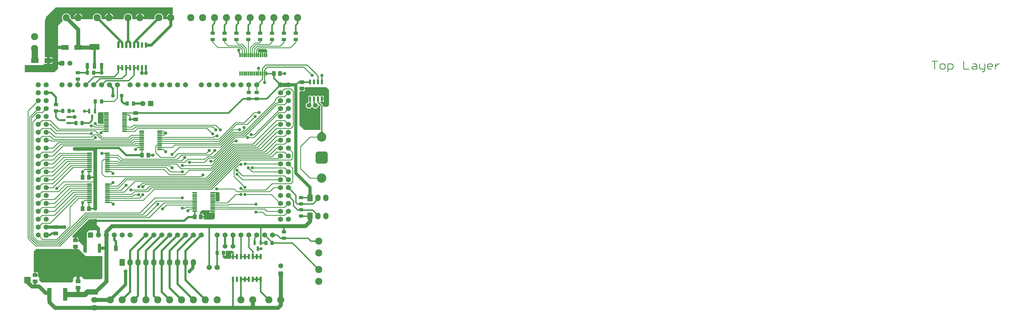
<source format=gtl>
G04 Layer_Physical_Order=1*
G04 Layer_Color=255*
%FSLAX25Y25*%
%MOIN*%
G70*
G01*
G75*
G04:AMPARAMS|DCode=10|XSize=59.05mil|YSize=17.72mil|CornerRadius=2.21mil|HoleSize=0mil|Usage=FLASHONLY|Rotation=180.000|XOffset=0mil|YOffset=0mil|HoleType=Round|Shape=RoundedRectangle|*
%AMROUNDEDRECTD10*
21,1,0.05905,0.01329,0,0,180.0*
21,1,0.05463,0.01772,0,0,180.0*
1,1,0.00443,-0.02731,0.00664*
1,1,0.00443,0.02731,0.00664*
1,1,0.00443,0.02731,-0.00664*
1,1,0.00443,-0.02731,-0.00664*
%
%ADD10ROUNDEDRECTD10*%
G04:AMPARAMS|DCode=11|XSize=17.72mil|YSize=55.12mil|CornerRadius=4.43mil|HoleSize=0mil|Usage=FLASHONLY|Rotation=0.000|XOffset=0mil|YOffset=0mil|HoleType=Round|Shape=RoundedRectangle|*
%AMROUNDEDRECTD11*
21,1,0.01772,0.04626,0,0,0.0*
21,1,0.00886,0.05512,0,0,0.0*
1,1,0.00886,0.00443,-0.02313*
1,1,0.00886,-0.00443,-0.02313*
1,1,0.00886,-0.00443,0.02313*
1,1,0.00886,0.00443,0.02313*
%
%ADD11ROUNDEDRECTD11*%
G04:AMPARAMS|DCode=12|XSize=55.12mil|YSize=157.48mil|CornerRadius=8.27mil|HoleSize=0mil|Usage=FLASHONLY|Rotation=0.000|XOffset=0mil|YOffset=0mil|HoleType=Round|Shape=RoundedRectangle|*
%AMROUNDEDRECTD12*
21,1,0.05512,0.14094,0,0,0.0*
21,1,0.03858,0.15748,0,0,0.0*
1,1,0.01654,0.01929,-0.07047*
1,1,0.01654,-0.01929,-0.07047*
1,1,0.01654,-0.01929,0.07047*
1,1,0.01654,0.01929,0.07047*
%
%ADD12ROUNDEDRECTD12*%
G04:AMPARAMS|DCode=13|XSize=409.45mil|YSize=320.87mil|CornerRadius=32.09mil|HoleSize=0mil|Usage=FLASHONLY|Rotation=0.000|XOffset=0mil|YOffset=0mil|HoleType=Round|Shape=RoundedRectangle|*
%AMROUNDEDRECTD13*
21,1,0.40945,0.25669,0,0,0.0*
21,1,0.34528,0.32087,0,0,0.0*
1,1,0.06417,0.17264,-0.12835*
1,1,0.06417,-0.17264,-0.12835*
1,1,0.06417,-0.17264,0.12835*
1,1,0.06417,0.17264,0.12835*
%
%ADD13ROUNDEDRECTD13*%
G04:AMPARAMS|DCode=14|XSize=112.2mil|YSize=39.37mil|CornerRadius=4.92mil|HoleSize=0mil|Usage=FLASHONLY|Rotation=270.000|XOffset=0mil|YOffset=0mil|HoleType=Round|Shape=RoundedRectangle|*
%AMROUNDEDRECTD14*
21,1,0.11220,0.02953,0,0,270.0*
21,1,0.10236,0.03937,0,0,270.0*
1,1,0.00984,-0.01476,-0.05118*
1,1,0.00984,-0.01476,0.05118*
1,1,0.00984,0.01476,0.05118*
1,1,0.00984,0.01476,-0.05118*
%
%ADD14ROUNDEDRECTD14*%
G04:AMPARAMS|DCode=15|XSize=250mil|YSize=218.5mil|CornerRadius=27.31mil|HoleSize=0mil|Usage=FLASHONLY|Rotation=270.000|XOffset=0mil|YOffset=0mil|HoleType=Round|Shape=RoundedRectangle|*
%AMROUNDEDRECTD15*
21,1,0.25000,0.16388,0,0,270.0*
21,1,0.19537,0.21850,0,0,270.0*
1,1,0.05463,-0.08194,-0.09769*
1,1,0.05463,-0.08194,0.09769*
1,1,0.05463,0.08194,0.09769*
1,1,0.05463,0.08194,-0.09769*
%
%ADD15ROUNDEDRECTD15*%
G04:AMPARAMS|DCode=16|XSize=23.62mil|YSize=59.05mil|CornerRadius=2.95mil|HoleSize=0mil|Usage=FLASHONLY|Rotation=0.000|XOffset=0mil|YOffset=0mil|HoleType=Round|Shape=RoundedRectangle|*
%AMROUNDEDRECTD16*
21,1,0.02362,0.05315,0,0,0.0*
21,1,0.01772,0.05905,0,0,0.0*
1,1,0.00591,0.00886,-0.02657*
1,1,0.00591,-0.00886,-0.02657*
1,1,0.00591,-0.00886,0.02657*
1,1,0.00591,0.00886,0.02657*
%
%ADD16ROUNDEDRECTD16*%
G04:AMPARAMS|DCode=17|XSize=125.98mil|YSize=72.83mil|CornerRadius=9.1mil|HoleSize=0mil|Usage=FLASHONLY|Rotation=0.000|XOffset=0mil|YOffset=0mil|HoleType=Round|Shape=RoundedRectangle|*
%AMROUNDEDRECTD17*
21,1,0.12598,0.05463,0,0,0.0*
21,1,0.10778,0.07283,0,0,0.0*
1,1,0.01821,0.05389,-0.02731*
1,1,0.01821,-0.05389,-0.02731*
1,1,0.01821,-0.05389,0.02731*
1,1,0.01821,0.05389,0.02731*
%
%ADD17ROUNDEDRECTD17*%
G04:AMPARAMS|DCode=18|XSize=37.4mil|YSize=72.83mil|CornerRadius=4.67mil|HoleSize=0mil|Usage=FLASHONLY|Rotation=0.000|XOffset=0mil|YOffset=0mil|HoleType=Round|Shape=RoundedRectangle|*
%AMROUNDEDRECTD18*
21,1,0.03740,0.06348,0,0,0.0*
21,1,0.02805,0.07283,0,0,0.0*
1,1,0.00935,0.01403,-0.03174*
1,1,0.00935,-0.01403,-0.03174*
1,1,0.00935,-0.01403,0.03174*
1,1,0.00935,0.01403,0.03174*
%
%ADD18ROUNDEDRECTD18*%
G04:AMPARAMS|DCode=19|XSize=23.62mil|YSize=64.96mil|CornerRadius=2.36mil|HoleSize=0mil|Usage=FLASHONLY|Rotation=180.000|XOffset=0mil|YOffset=0mil|HoleType=Round|Shape=RoundedRectangle|*
%AMROUNDEDRECTD19*
21,1,0.02362,0.06024,0,0,180.0*
21,1,0.01890,0.06496,0,0,180.0*
1,1,0.00472,-0.00945,0.03012*
1,1,0.00472,0.00945,0.03012*
1,1,0.00472,0.00945,-0.03012*
1,1,0.00472,-0.00945,-0.03012*
%
%ADD19ROUNDEDRECTD19*%
G04:AMPARAMS|DCode=20|XSize=23.62mil|YSize=61.02mil|CornerRadius=2.95mil|HoleSize=0mil|Usage=FLASHONLY|Rotation=180.000|XOffset=0mil|YOffset=0mil|HoleType=Round|Shape=RoundedRectangle|*
%AMROUNDEDRECTD20*
21,1,0.02362,0.05512,0,0,180.0*
21,1,0.01772,0.06102,0,0,180.0*
1,1,0.00591,-0.00886,0.02756*
1,1,0.00591,0.00886,0.02756*
1,1,0.00591,0.00886,-0.02756*
1,1,0.00591,-0.00886,-0.02756*
%
%ADD20ROUNDEDRECTD20*%
G04:AMPARAMS|DCode=21|XSize=53.15mil|YSize=43.31mil|CornerRadius=5.41mil|HoleSize=0mil|Usage=FLASHONLY|Rotation=270.000|XOffset=0mil|YOffset=0mil|HoleType=Round|Shape=RoundedRectangle|*
%AMROUNDEDRECTD21*
21,1,0.05315,0.03248,0,0,270.0*
21,1,0.04232,0.04331,0,0,270.0*
1,1,0.01083,-0.01624,-0.02116*
1,1,0.01083,-0.01624,0.02116*
1,1,0.01083,0.01624,0.02116*
1,1,0.01083,0.01624,-0.02116*
%
%ADD21ROUNDEDRECTD21*%
G04:AMPARAMS|DCode=22|XSize=61.02mil|YSize=92.52mil|CornerRadius=6.1mil|HoleSize=0mil|Usage=FLASHONLY|Rotation=90.000|XOffset=0mil|YOffset=0mil|HoleType=Round|Shape=RoundedRectangle|*
%AMROUNDEDRECTD22*
21,1,0.06102,0.08031,0,0,90.0*
21,1,0.04882,0.09252,0,0,90.0*
1,1,0.01221,0.04016,0.02441*
1,1,0.01221,0.04016,-0.02441*
1,1,0.01221,-0.04016,-0.02441*
1,1,0.01221,-0.04016,0.02441*
%
%ADD22ROUNDEDRECTD22*%
G04:AMPARAMS|DCode=23|XSize=70.87mil|YSize=45.28mil|CornerRadius=5.66mil|HoleSize=0mil|Usage=FLASHONLY|Rotation=90.000|XOffset=0mil|YOffset=0mil|HoleType=Round|Shape=RoundedRectangle|*
%AMROUNDEDRECTD23*
21,1,0.07087,0.03396,0,0,90.0*
21,1,0.05955,0.04528,0,0,90.0*
1,1,0.01132,0.01698,0.02977*
1,1,0.01132,0.01698,-0.02977*
1,1,0.01132,-0.01698,-0.02977*
1,1,0.01132,-0.01698,0.02977*
%
%ADD23ROUNDEDRECTD23*%
G04:AMPARAMS|DCode=24|XSize=59.05mil|YSize=49.21mil|CornerRadius=6.15mil|HoleSize=0mil|Usage=FLASHONLY|Rotation=0.000|XOffset=0mil|YOffset=0mil|HoleType=Round|Shape=RoundedRectangle|*
%AMROUNDEDRECTD24*
21,1,0.05905,0.03691,0,0,0.0*
21,1,0.04675,0.04921,0,0,0.0*
1,1,0.01230,0.02338,-0.01845*
1,1,0.01230,-0.02338,-0.01845*
1,1,0.01230,-0.02338,0.01845*
1,1,0.01230,0.02338,0.01845*
%
%ADD24ROUNDEDRECTD24*%
G04:AMPARAMS|DCode=25|XSize=23.62mil|YSize=59.05mil|CornerRadius=2.95mil|HoleSize=0mil|Usage=FLASHONLY|Rotation=270.000|XOffset=0mil|YOffset=0mil|HoleType=Round|Shape=RoundedRectangle|*
%AMROUNDEDRECTD25*
21,1,0.02362,0.05315,0,0,270.0*
21,1,0.01772,0.05905,0,0,270.0*
1,1,0.00591,-0.02657,-0.00886*
1,1,0.00591,-0.02657,0.00886*
1,1,0.00591,0.02657,0.00886*
1,1,0.00591,0.02657,-0.00886*
%
%ADD25ROUNDEDRECTD25*%
G04:AMPARAMS|DCode=26|XSize=53.15mil|YSize=43.31mil|CornerRadius=5.41mil|HoleSize=0mil|Usage=FLASHONLY|Rotation=180.000|XOffset=0mil|YOffset=0mil|HoleType=Round|Shape=RoundedRectangle|*
%AMROUNDEDRECTD26*
21,1,0.05315,0.03248,0,0,180.0*
21,1,0.04232,0.04331,0,0,180.0*
1,1,0.01083,-0.02116,0.01624*
1,1,0.01083,0.02116,0.01624*
1,1,0.01083,0.02116,-0.01624*
1,1,0.01083,-0.02116,-0.01624*
%
%ADD26ROUNDEDRECTD26*%
G04:AMPARAMS|DCode=27|XSize=59.05mil|YSize=49.21mil|CornerRadius=6.15mil|HoleSize=0mil|Usage=FLASHONLY|Rotation=90.000|XOffset=0mil|YOffset=0mil|HoleType=Round|Shape=RoundedRectangle|*
%AMROUNDEDRECTD27*
21,1,0.05905,0.03691,0,0,90.0*
21,1,0.04675,0.04921,0,0,90.0*
1,1,0.01230,0.01845,0.02338*
1,1,0.01230,0.01845,-0.02338*
1,1,0.01230,-0.01845,-0.02338*
1,1,0.01230,-0.01845,0.02338*
%
%ADD27ROUNDEDRECTD27*%
%ADD28C,0.05000*%
%ADD29C,0.03500*%
%ADD30C,0.01000*%
%ADD31C,0.01500*%
%ADD32C,0.01200*%
%ADD33C,0.02500*%
%ADD34C,0.02000*%
%ADD35C,0.03000*%
%ADD36C,0.04000*%
%ADD37C,0.06500*%
%ADD38C,0.04500*%
%ADD39C,0.01300*%
%ADD40R,0.08000X0.08000*%
%ADD41R,0.07933X0.12992*%
%ADD42C,0.06693*%
G04:AMPARAMS|DCode=43|XSize=66.93mil|YSize=66.93mil|CornerRadius=8.37mil|HoleSize=0mil|Usage=FLASHONLY|Rotation=180.000|XOffset=0mil|YOffset=0mil|HoleType=Round|Shape=RoundedRectangle|*
%AMROUNDEDRECTD43*
21,1,0.06693,0.05020,0,0,180.0*
21,1,0.05020,0.06693,0,0,180.0*
1,1,0.01673,-0.02510,0.02510*
1,1,0.01673,0.02510,0.02510*
1,1,0.01673,0.02510,-0.02510*
1,1,0.01673,-0.02510,-0.02510*
%
%ADD43ROUNDEDRECTD43*%
%ADD44C,0.06500*%
G04:AMPARAMS|DCode=45|XSize=65mil|YSize=65mil|CornerRadius=16.25mil|HoleSize=0mil|Usage=FLASHONLY|Rotation=90.000|XOffset=0mil|YOffset=0mil|HoleType=Round|Shape=RoundedRectangle|*
%AMROUNDEDRECTD45*
21,1,0.06500,0.03250,0,0,90.0*
21,1,0.03250,0.06500,0,0,90.0*
1,1,0.03250,0.01625,0.01625*
1,1,0.03250,0.01625,-0.01625*
1,1,0.03250,-0.01625,-0.01625*
1,1,0.03250,-0.01625,0.01625*
%
%ADD45ROUNDEDRECTD45*%
G04:AMPARAMS|DCode=46|XSize=67mil|YSize=85mil|CornerRadius=8.38mil|HoleSize=0mil|Usage=FLASHONLY|Rotation=0.000|XOffset=0mil|YOffset=0mil|HoleType=Round|Shape=RoundedRectangle|*
%AMROUNDEDRECTD46*
21,1,0.06700,0.06825,0,0,0.0*
21,1,0.05025,0.08500,0,0,0.0*
1,1,0.01675,0.02513,-0.03413*
1,1,0.01675,-0.02513,-0.03413*
1,1,0.01675,-0.02513,0.03413*
1,1,0.01675,0.02513,0.03413*
%
%ADD46ROUNDEDRECTD46*%
%ADD47O,0.06700X0.08500*%
%ADD48C,0.06000*%
G04:AMPARAMS|DCode=49|XSize=62.99mil|YSize=62.99mil|CornerRadius=15.75mil|HoleSize=0mil|Usage=FLASHONLY|Rotation=0.000|XOffset=0mil|YOffset=0mil|HoleType=Round|Shape=RoundedRectangle|*
%AMROUNDEDRECTD49*
21,1,0.06299,0.03150,0,0,0.0*
21,1,0.03150,0.06299,0,0,0.0*
1,1,0.03150,0.01575,-0.01575*
1,1,0.03150,-0.01575,-0.01575*
1,1,0.03150,-0.01575,0.01575*
1,1,0.03150,0.01575,0.01575*
%
%ADD49ROUNDEDRECTD49*%
%ADD50C,0.06299*%
%ADD51C,0.11811*%
G04:AMPARAMS|DCode=52|XSize=155.9mil|YSize=155.9mil|CornerRadius=38.98mil|HoleSize=0mil|Usage=FLASHONLY|Rotation=270.000|XOffset=0mil|YOffset=0mil|HoleType=Round|Shape=RoundedRectangle|*
%AMROUNDEDRECTD52*
21,1,0.15590,0.07795,0,0,270.0*
21,1,0.07795,0.15590,0,0,270.0*
1,1,0.07795,-0.03898,-0.03898*
1,1,0.07795,-0.03898,0.03898*
1,1,0.07795,0.03898,0.03898*
1,1,0.07795,0.03898,-0.03898*
%
%ADD52ROUNDEDRECTD52*%
G04:AMPARAMS|DCode=53|XSize=65mil|YSize=65mil|CornerRadius=8.13mil|HoleSize=0mil|Usage=FLASHONLY|Rotation=0.000|XOffset=0mil|YOffset=0mil|HoleType=Round|Shape=RoundedRectangle|*
%AMROUNDEDRECTD53*
21,1,0.06500,0.04875,0,0,0.0*
21,1,0.04875,0.06500,0,0,0.0*
1,1,0.01625,0.02438,-0.02438*
1,1,0.01625,-0.02438,-0.02438*
1,1,0.01625,-0.02438,0.02438*
1,1,0.01625,0.02438,0.02438*
%
%ADD53ROUNDEDRECTD53*%
%ADD54C,0.09000*%
G04:AMPARAMS|DCode=55|XSize=62.99mil|YSize=62.99mil|CornerRadius=15.75mil|HoleSize=0mil|Usage=FLASHONLY|Rotation=90.000|XOffset=0mil|YOffset=0mil|HoleType=Round|Shape=RoundedRectangle|*
%AMROUNDEDRECTD55*
21,1,0.06299,0.03150,0,0,90.0*
21,1,0.03150,0.06299,0,0,90.0*
1,1,0.03150,0.01575,0.01575*
1,1,0.03150,0.01575,-0.01575*
1,1,0.03150,-0.01575,-0.01575*
1,1,0.03150,-0.01575,0.01575*
%
%ADD55ROUNDEDRECTD55*%
%ADD56O,0.08500X0.06700*%
G04:AMPARAMS|DCode=57|XSize=67mil|YSize=85mil|CornerRadius=8.38mil|HoleSize=0mil|Usage=FLASHONLY|Rotation=270.000|XOffset=0mil|YOffset=0mil|HoleType=Round|Shape=RoundedRectangle|*
%AMROUNDEDRECTD57*
21,1,0.06700,0.06825,0,0,270.0*
21,1,0.05025,0.08500,0,0,270.0*
1,1,0.01675,-0.03413,-0.02513*
1,1,0.01675,-0.03413,0.02513*
1,1,0.01675,0.03413,0.02513*
1,1,0.01675,0.03413,-0.02513*
%
%ADD57ROUNDEDRECTD57*%
%ADD58C,0.05000*%
%ADD59C,0.04000*%
G36*
X382500Y228500D02*
Y227500D01*
X374500D01*
X379000Y232000D01*
X382500Y228500D01*
D02*
G37*
G36*
X95000Y207500D02*
X95000Y205500D01*
X91000Y205500D01*
X89000Y207500D01*
Y210000D01*
X97500D01*
X95000Y207500D01*
D02*
G37*
G36*
X388504Y283496D02*
X388504Y264504D01*
X386500Y262500D01*
X380784Y262500D01*
Y263500D01*
X380648Y264183D01*
X380262Y264762D01*
X376329Y268694D01*
X376606Y269109D01*
X376643Y269296D01*
X377357D01*
X377394Y269109D01*
X377680Y268680D01*
X378109Y268394D01*
X378614Y268293D01*
X378900D01*
Y272370D01*
Y276447D01*
X378614D01*
X378109Y276346D01*
X377680Y276060D01*
X377394Y275631D01*
X377357Y275444D01*
X376643D01*
X376606Y275631D01*
X376320Y276060D01*
X375891Y276346D01*
X375386Y276447D01*
X373614D01*
X373109Y276346D01*
X372680Y276060D01*
X372394Y275631D01*
X372357Y275444D01*
X371643D01*
X371606Y275631D01*
X371320Y276060D01*
X370891Y276346D01*
X370386Y276447D01*
X368614D01*
X368109Y276346D01*
X367680Y276060D01*
X367394Y275631D01*
X367357Y275444D01*
X366643D01*
X366606Y275631D01*
X366320Y276060D01*
X365891Y276346D01*
X365386Y276447D01*
X363614D01*
X363109Y276346D01*
X362680Y276060D01*
X362394Y275631D01*
X362294Y275126D01*
Y269614D01*
X362394Y269109D01*
X362680Y268680D01*
X362716Y268657D01*
Y267997D01*
X361956Y267897D01*
X360983Y267494D01*
X360147Y266853D01*
X359506Y266017D01*
X359103Y265044D01*
X358965Y264000D01*
X359103Y262956D01*
X359506Y261983D01*
X360147Y261147D01*
X360983Y260506D01*
X361956Y260103D01*
X363000Y259965D01*
X364044Y260103D01*
X365017Y260506D01*
X365853Y261147D01*
X366494Y261983D01*
X366621Y262290D01*
X367379D01*
X367506Y261983D01*
X368147Y261147D01*
X368983Y260506D01*
X369956Y260103D01*
X371000Y259965D01*
X372044Y260103D01*
X373017Y260506D01*
X373853Y261147D01*
X374494Y261983D01*
X374897Y262956D01*
X375029Y263958D01*
X375156Y264049D01*
X375705Y264272D01*
X377216Y262761D01*
Y233000D01*
X357000D01*
X351000Y239000D01*
X351000Y281489D01*
X351656Y282065D01*
X351700Y282071D01*
X353400D01*
Y285563D01*
X354000D01*
Y286163D01*
X357984D01*
Y287000D01*
X385000Y287000D01*
X388504Y283496D01*
D02*
G37*
G36*
X102843Y255500D02*
X103106Y255180D01*
Y255116D01*
X107083D01*
Y253916D01*
X103106D01*
Y253852D01*
X103201Y253375D01*
X103294Y253236D01*
X103201Y253098D01*
X103106Y252621D01*
Y252557D01*
X107083D01*
Y251357D01*
X103106D01*
Y251292D01*
X103201Y250816D01*
X103294Y250677D01*
X103201Y250539D01*
X103106Y250062D01*
Y249998D01*
X107083D01*
Y248798D01*
X103106D01*
Y248733D01*
X103201Y248257D01*
X103294Y248118D01*
X103201Y247980D01*
X103106Y247503D01*
Y247439D01*
X107083D01*
Y246239D01*
X103106D01*
Y246174D01*
X103201Y245698D01*
X103294Y245559D01*
X103201Y245421D01*
X103106Y244944D01*
Y244880D01*
X107083D01*
Y243680D01*
X103106D01*
Y243615D01*
X103201Y243139D01*
X103294Y243000D01*
X103201Y242862D01*
X103106Y242385D01*
Y242320D01*
X107083D01*
Y241121D01*
X103106D01*
Y241056D01*
X102806Y240691D01*
X97809D01*
X96500Y242000D01*
X96500Y254000D01*
X98000Y255500D01*
X102843D01*
D02*
G37*
G36*
X250000Y153500D02*
Y143256D01*
X249122Y142378D01*
X245439D01*
X245344Y142493D01*
Y142558D01*
X241368D01*
Y143757D01*
X245344D01*
Y143822D01*
X245250Y144299D01*
X245157Y144437D01*
X245250Y144576D01*
X245344Y145052D01*
Y145117D01*
X241368D01*
Y146317D01*
X245344D01*
Y146381D01*
X245250Y146858D01*
X245157Y146996D01*
X245250Y147135D01*
X245344Y147611D01*
Y147676D01*
X241368D01*
Y148876D01*
X245344D01*
Y148940D01*
X245250Y149417D01*
X245157Y149555D01*
X245250Y149694D01*
X245344Y150170D01*
Y150235D01*
X241368D01*
Y151435D01*
X245344D01*
Y151499D01*
X245250Y151976D01*
X245157Y152114D01*
X245250Y152253D01*
X245344Y152729D01*
Y152794D01*
X241368D01*
Y153994D01*
X245344D01*
Y154058D01*
X245607Y154378D01*
X249122D01*
X250000Y153500D01*
D02*
G37*
G36*
X68600Y82071D02*
X70338D01*
X70968Y82196D01*
X71423Y82500D01*
X72000D01*
X81000Y73500D01*
X102000Y73500D01*
Y45500D01*
X100500Y44000D01*
X79000Y44000D01*
X75500Y47500D01*
X67000Y47500D01*
X65000Y45500D01*
X65000Y41500D01*
X63500Y40000D01*
X25000Y40000D01*
X22500Y42500D01*
X22500Y46000D01*
X21000Y47500D01*
X20973Y47533D01*
X20984Y47592D01*
Y48837D01*
X17000D01*
Y49437D01*
X16400D01*
Y52929D01*
X15500D01*
Y79500D01*
X18500Y82500D01*
X64577Y82500D01*
X65032Y82196D01*
X65662Y82071D01*
X67400D01*
Y85563D01*
X68600D01*
Y82071D01*
D02*
G37*
G36*
X268500Y78000D02*
Y77443D01*
X268000Y77033D01*
X267945Y77044D01*
X267600D01*
Y72772D01*
X267000D01*
Y72172D01*
X264795D01*
Y70000D01*
X256000D01*
X254000Y72000D01*
Y73812D01*
X254337D01*
Y77500D01*
X254937D01*
Y78100D01*
X258133D01*
Y79616D01*
X258448Y80000D01*
X266500D01*
X268500Y78000D01*
D02*
G37*
G36*
X237410Y131119D02*
X237391Y131027D01*
Y130962D01*
X241368D01*
Y130362D01*
X241968D01*
Y128453D01*
X244099D01*
X244122Y128434D01*
Y121378D01*
X242622Y119878D01*
X230257Y119878D01*
X229873Y120378D01*
X229929Y120662D01*
Y122400D01*
X226437D01*
Y123000D01*
X225837D01*
Y126984D01*
X225500D01*
Y129000D01*
X228000Y131500D01*
X236976Y131500D01*
X237410Y131119D01*
D02*
G37*
G36*
X93000Y112000D02*
X97000Y108000D01*
Y106354D01*
X96646Y106000D01*
X85500Y106000D01*
X82500Y103000D01*
Y78853D01*
X82146Y78500D01*
X79000Y78500D01*
X78000Y79500D01*
Y83500D01*
Y86500D01*
X75500Y89000D01*
X72000Y92500D01*
X71984D01*
Y92837D01*
X68000D01*
Y93437D01*
X67400D01*
Y96929D01*
X65662D01*
X65032Y96804D01*
X64941Y96743D01*
X64500Y96979D01*
Y99500D01*
X85000Y120000D01*
X93000D01*
Y112000D01*
D02*
G37*
G36*
X191000Y388000D02*
X191000Y380368D01*
X190584Y380090D01*
X190000Y380332D01*
Y375000D01*
X188500D01*
Y373500D01*
X183168D01*
X183203Y373416D01*
X182925Y373000D01*
X179075D01*
X178797Y373416D01*
X178858Y373564D01*
X179048Y375000D01*
X178858Y376436D01*
X178304Y377774D01*
X177423Y378923D01*
X176274Y379804D01*
X174936Y380358D01*
X173500Y380547D01*
X172064Y380358D01*
X170726Y379804D01*
X169577Y378923D01*
X168696Y377774D01*
X168142Y376436D01*
X167953Y375000D01*
X168142Y373564D01*
X168235Y373340D01*
X167895Y373000D01*
X155075D01*
X154797Y373416D01*
X154832Y373500D01*
X144168D01*
X144203Y373416D01*
X143925Y373000D01*
X140075D01*
X139797Y373416D01*
X139858Y373564D01*
X140048Y375000D01*
X139858Y376436D01*
X139304Y377774D01*
X138423Y378923D01*
X137274Y379804D01*
X135936Y380358D01*
X134500Y380547D01*
X133064Y380358D01*
X131726Y379804D01*
X130577Y378923D01*
X129696Y377774D01*
X129142Y376436D01*
X128953Y375000D01*
X129142Y373564D01*
X129203Y373416D01*
X128925Y373000D01*
X116075Y373000D01*
X115797Y373416D01*
X115832Y373500D01*
X105168D01*
X105203Y373416D01*
X104925Y373000D01*
X101105D01*
X100765Y373340D01*
X100858Y373564D01*
X101048Y375000D01*
X100858Y376436D01*
X100304Y377774D01*
X99423Y378923D01*
X98274Y379804D01*
X96936Y380358D01*
X95500Y380547D01*
X94064Y380358D01*
X92726Y379804D01*
X91577Y378923D01*
X90696Y377774D01*
X90142Y376436D01*
X89952Y375000D01*
X90142Y373564D01*
X90203Y373416D01*
X89925Y373000D01*
X77075D01*
X76797Y373416D01*
X76832Y373500D01*
X66168D01*
X66203Y373416D01*
X65925Y373000D01*
X63493D01*
X61983Y374510D01*
X62047Y375000D01*
X61858Y376436D01*
X61304Y377774D01*
X60423Y378923D01*
X59274Y379804D01*
X57936Y380358D01*
X56500Y380547D01*
X55064Y380358D01*
X53726Y379804D01*
X52577Y378923D01*
X51696Y377774D01*
X51142Y376436D01*
X50953Y375000D01*
X51142Y373564D01*
X51696Y372226D01*
X52360Y371360D01*
X46000Y365000D01*
X46000Y310500D01*
X41405Y305906D01*
X3937D01*
Y314961D01*
X26961Y314961D01*
X28939Y316939D01*
X28986Y316908D01*
X29614Y316783D01*
X31880D01*
Y320866D01*
Y324949D01*
X29614D01*
X29500Y325043D01*
X29500Y371302D01*
X30297Y373226D01*
X30857Y375560D01*
X30882Y375883D01*
X43000Y388000D01*
X191000Y388000D01*
D02*
G37*
G36*
X308500Y335500D02*
X310200Y333800D01*
Y331877D01*
X310029Y331752D01*
Y327728D01*
X308829D01*
Y331481D01*
X308423Y331401D01*
X308150Y331218D01*
X307876Y331401D01*
X307470Y331481D01*
Y327728D01*
X306270D01*
Y331481D01*
X305864Y331401D01*
X305591Y331218D01*
X305317Y331401D01*
X304911Y331481D01*
Y327728D01*
X303711D01*
Y331481D01*
X303305Y331401D01*
X303031Y331218D01*
X302758Y331401D01*
X302352Y331481D01*
Y327728D01*
X301152D01*
Y331481D01*
X300746Y331401D01*
X300472Y331218D01*
X300199Y331401D01*
X299793Y331481D01*
Y327728D01*
X298593D01*
Y331731D01*
X298400Y331868D01*
Y333900D01*
X300000Y335500D01*
X308500Y335500D01*
D02*
G37*
%LPC*%
G36*
X357984Y284963D02*
X354600D01*
Y282071D01*
X356338D01*
X356968Y282196D01*
X357502Y282553D01*
X357859Y283087D01*
X357984Y283717D01*
Y284963D01*
D02*
G37*
G36*
X380386Y276447D02*
X380100D01*
Y272970D01*
X381707D01*
Y275126D01*
X381606Y275631D01*
X381320Y276060D01*
X380891Y276346D01*
X380386Y276447D01*
D02*
G37*
G36*
X381707Y271770D02*
X380100D01*
Y268293D01*
X380386D01*
X380891Y268394D01*
X381320Y268680D01*
X381606Y269109D01*
X381707Y269614D01*
Y271770D01*
D02*
G37*
G36*
X19338Y52929D02*
X17600D01*
Y50037D01*
X20984D01*
Y51283D01*
X20859Y51913D01*
X20502Y52447D01*
X19968Y52804D01*
X19338Y52929D01*
D02*
G37*
G36*
X266400Y77044D02*
X266055D01*
X265573Y76948D01*
X265164Y76675D01*
X264891Y76266D01*
X264795Y75783D01*
Y73372D01*
X266400D01*
Y77044D01*
D02*
G37*
G36*
X258133Y76900D02*
X255537D01*
Y73812D01*
X256561D01*
X257162Y73932D01*
X257672Y74273D01*
X258013Y74783D01*
X258133Y75384D01*
Y76900D01*
D02*
G37*
G36*
X228282Y126984D02*
X227037D01*
Y123600D01*
X229929D01*
Y125338D01*
X229804Y125968D01*
X229447Y126502D01*
X228913Y126859D01*
X228282Y126984D01*
D02*
G37*
G36*
X240768Y129762D02*
X237391D01*
Y129698D01*
X237486Y129221D01*
X237756Y128817D01*
X238160Y128547D01*
X238637Y128453D01*
X240768D01*
Y129762D01*
D02*
G37*
G36*
X70338Y96929D02*
X68600D01*
Y94037D01*
X71984D01*
Y95283D01*
X71859Y95913D01*
X71502Y96447D01*
X70968Y96804D01*
X70338Y96929D01*
D02*
G37*
G36*
X148000Y380332D02*
X146726Y379804D01*
X145577Y378923D01*
X144696Y377774D01*
X144168Y376500D01*
X148000D01*
Y380332D01*
D02*
G37*
G36*
X151000D02*
Y376500D01*
X154832D01*
X154304Y377774D01*
X153423Y378923D01*
X152274Y379804D01*
X151000Y380332D01*
D02*
G37*
G36*
X187000D02*
X185726Y379804D01*
X184577Y378923D01*
X183696Y377774D01*
X183168Y376500D01*
X187000D01*
Y380332D01*
D02*
G37*
G36*
X37646Y324949D02*
X35380D01*
Y322616D01*
X39287D01*
Y323307D01*
X39162Y323935D01*
X38807Y324468D01*
X38274Y324824D01*
X37646Y324949D01*
D02*
G37*
G36*
X39287Y319116D02*
X35380D01*
Y316783D01*
X37646D01*
X38274Y316908D01*
X38807Y317264D01*
X39162Y317797D01*
X39287Y318425D01*
Y319116D01*
D02*
G37*
G36*
X109000Y380332D02*
X107726Y379804D01*
X106577Y378923D01*
X105696Y377774D01*
X105168Y376500D01*
X109000D01*
Y380332D01*
D02*
G37*
G36*
X112000D02*
Y376500D01*
X115832D01*
X115304Y377774D01*
X114423Y378923D01*
X113274Y379804D01*
X112000Y380332D01*
D02*
G37*
G36*
X70000D02*
X68726Y379804D01*
X67577Y378923D01*
X66696Y377774D01*
X66168Y376500D01*
X70000D01*
Y380332D01*
D02*
G37*
G36*
X73000D02*
Y376500D01*
X76832D01*
X76304Y377774D01*
X75423Y378923D01*
X74274Y379804D01*
X73000Y380332D01*
D02*
G37*
%LPD*%
D10*
X108417Y141484D02*
D03*
Y144043D02*
D03*
Y146602D02*
D03*
Y149161D02*
D03*
Y151720D02*
D03*
Y154280D02*
D03*
Y156839D02*
D03*
Y159398D02*
D03*
Y161957D02*
D03*
Y164516D02*
D03*
X85583Y141484D02*
D03*
Y144043D02*
D03*
Y146602D02*
D03*
Y149161D02*
D03*
Y151720D02*
D03*
Y154280D02*
D03*
Y156839D02*
D03*
Y159398D02*
D03*
Y161957D02*
D03*
Y164516D02*
D03*
X107083Y254516D02*
D03*
Y251957D02*
D03*
Y249398D02*
D03*
Y246839D02*
D03*
Y244280D02*
D03*
Y241721D02*
D03*
Y239161D02*
D03*
Y236602D02*
D03*
Y234043D02*
D03*
Y231484D02*
D03*
X129917Y254516D02*
D03*
Y251957D02*
D03*
Y249398D02*
D03*
Y246839D02*
D03*
Y244280D02*
D03*
Y241721D02*
D03*
Y239161D02*
D03*
Y236602D02*
D03*
Y234043D02*
D03*
Y231484D02*
D03*
X241368Y130362D02*
D03*
Y132921D02*
D03*
Y135480D02*
D03*
Y138039D02*
D03*
Y140598D02*
D03*
Y143157D02*
D03*
Y145717D02*
D03*
Y148276D02*
D03*
Y150835D02*
D03*
Y153394D02*
D03*
X218533Y130362D02*
D03*
Y132921D02*
D03*
Y135480D02*
D03*
Y138039D02*
D03*
Y140598D02*
D03*
Y143157D02*
D03*
Y145717D02*
D03*
Y148276D02*
D03*
Y150835D02*
D03*
Y153394D02*
D03*
X174417Y208484D02*
D03*
Y211043D02*
D03*
Y213602D02*
D03*
Y216161D02*
D03*
Y218721D02*
D03*
Y221280D02*
D03*
Y223839D02*
D03*
Y226398D02*
D03*
Y228957D02*
D03*
Y231516D02*
D03*
X151583Y208484D02*
D03*
Y211043D02*
D03*
Y213602D02*
D03*
Y216161D02*
D03*
Y218721D02*
D03*
Y221280D02*
D03*
Y223839D02*
D03*
Y226398D02*
D03*
Y228957D02*
D03*
Y231516D02*
D03*
X108417Y180484D02*
D03*
Y183043D02*
D03*
Y185602D02*
D03*
Y188161D02*
D03*
Y190720D02*
D03*
Y193280D02*
D03*
Y195839D02*
D03*
Y198398D02*
D03*
Y200957D02*
D03*
Y203516D02*
D03*
X85583Y180484D02*
D03*
Y183043D02*
D03*
Y185602D02*
D03*
Y188161D02*
D03*
Y190720D02*
D03*
Y193280D02*
D03*
Y195839D02*
D03*
Y198398D02*
D03*
Y200957D02*
D03*
Y203516D02*
D03*
D11*
X276162Y304500D02*
D03*
X278720D02*
D03*
X281280D02*
D03*
X283839D02*
D03*
X286398D02*
D03*
X288957D02*
D03*
X291516D02*
D03*
X294075D02*
D03*
X296634D02*
D03*
X299193D02*
D03*
X301752D02*
D03*
X304311D02*
D03*
X306870D02*
D03*
X309429D02*
D03*
X276162Y327728D02*
D03*
X278720D02*
D03*
X281280D02*
D03*
X283839D02*
D03*
X286398D02*
D03*
X288957D02*
D03*
X291516D02*
D03*
X294075D02*
D03*
X296634D02*
D03*
X299193D02*
D03*
X301752D02*
D03*
X304311D02*
D03*
X306870D02*
D03*
X309429D02*
D03*
D12*
X35000Y25091D02*
D03*
X55000D02*
D03*
D13*
X45000Y66035D02*
D03*
D14*
X80484Y83339D02*
D03*
X98516D02*
D03*
D15*
X89500Y57551D02*
D03*
D16*
X298240Y82760D02*
D03*
X294500Y90240D02*
D03*
X301980D02*
D03*
X89000Y249260D02*
D03*
X85260Y256740D02*
D03*
X92740D02*
D03*
D17*
X92000Y338008D02*
D03*
D18*
X101055Y313992D02*
D03*
X92000Y313992D02*
D03*
X82945Y313992D02*
D03*
D19*
X157000Y340272D02*
D03*
X152000D02*
D03*
X147000D02*
D03*
X142000D02*
D03*
X137000D02*
D03*
X132000D02*
D03*
X127000D02*
D03*
X122000D02*
D03*
X157000Y311728D02*
D03*
X152000Y311728D02*
D03*
X147000Y311728D02*
D03*
X142000D02*
D03*
X137000D02*
D03*
X132000D02*
D03*
X127000Y311728D02*
D03*
X122000Y311728D02*
D03*
X302000Y72772D02*
D03*
X297000D02*
D03*
X292000D02*
D03*
X287000D02*
D03*
X282000D02*
D03*
X277000D02*
D03*
X272000D02*
D03*
X267000D02*
D03*
X302000Y44228D02*
D03*
X297000D02*
D03*
X292000D02*
D03*
X287000D02*
D03*
X282000D02*
D03*
X277000D02*
D03*
X272000D02*
D03*
X267000D02*
D03*
D20*
X379500Y293630D02*
D03*
X374500D02*
D03*
X369500D02*
D03*
X364500D02*
D03*
X379500Y272370D02*
D03*
X374500D02*
D03*
X369500D02*
D03*
X364500D02*
D03*
D21*
X76437Y241760D02*
D03*
X68563D02*
D03*
X52063Y257000D02*
D03*
X59937D02*
D03*
X133465Y266535D02*
D03*
X141339D02*
D03*
X93063Y269000D02*
D03*
X100937D02*
D03*
X316437Y90000D02*
D03*
X308563D02*
D03*
X83063Y305500D02*
D03*
X90937D02*
D03*
X254937Y77500D02*
D03*
X247063D02*
D03*
D22*
X71465Y337500D02*
D03*
X54535D02*
D03*
X33630Y320866D02*
D03*
X16701D02*
D03*
D23*
X118905Y83500D02*
D03*
X107095D02*
D03*
D24*
X68000Y93437D02*
D03*
Y85563D02*
D03*
X17000Y41563D02*
D03*
Y49437D02*
D03*
X43000Y102063D02*
D03*
Y109937D02*
D03*
X354000Y293437D02*
D03*
Y285563D02*
D03*
X144000Y254437D02*
D03*
Y246563D02*
D03*
X71500Y41437D02*
D03*
Y33563D02*
D03*
D25*
X52260Y245500D02*
D03*
X59740Y249240D02*
D03*
Y241760D02*
D03*
D26*
X353000Y147437D02*
D03*
Y139563D02*
D03*
Y124063D02*
D03*
Y131937D02*
D03*
X241311Y347563D02*
D03*
Y355437D02*
D03*
X256311Y347563D02*
D03*
Y355437D02*
D03*
X331500Y103937D02*
D03*
Y96063D02*
D03*
X43500Y257063D02*
D03*
Y264937D02*
D03*
X297000Y272563D02*
D03*
Y280437D02*
D03*
X287000Y272563D02*
D03*
Y280437D02*
D03*
X346311Y355437D02*
D03*
Y347563D02*
D03*
X331311Y355437D02*
D03*
Y347563D02*
D03*
X316311Y355437D02*
D03*
Y347563D02*
D03*
X271311Y355437D02*
D03*
Y347563D02*
D03*
X301311Y355437D02*
D03*
Y347563D02*
D03*
X286311Y355437D02*
D03*
Y347563D02*
D03*
X71000Y297563D02*
D03*
Y305437D02*
D03*
D27*
X218563Y123000D02*
D03*
X226437D02*
D03*
X152063Y201000D02*
D03*
X159937D02*
D03*
X84937Y173000D02*
D03*
X77063D02*
D03*
X84937Y133500D02*
D03*
X77063D02*
D03*
X326437Y304500D02*
D03*
X318563D02*
D03*
D28*
X7500Y40500D02*
X13000Y35000D01*
X7500Y40500D02*
Y41500D01*
X56500Y375000D02*
X71465Y360035D01*
Y337500D02*
Y360035D01*
X107000Y41500D02*
Y89000D01*
X71465Y337500D02*
X91705D01*
X92000Y28000D02*
X93500D01*
X92000D02*
X92000D01*
X93500D02*
X107000Y41500D01*
X331500Y111500D02*
X334500D01*
X302000D02*
X331500D01*
X92000Y8000D02*
X267000D01*
X93000Y18000D02*
X111500D01*
X327000Y290000D02*
X337000D01*
X267000Y8000D02*
X292000D01*
Y18000D01*
X35000Y15000D02*
Y24591D01*
Y15000D02*
X42000Y8000D01*
X92000D01*
X13000Y35000D02*
X17000D01*
X22000D01*
X30000Y27000D01*
X33000D01*
X334500Y111500D02*
X358500D01*
X364500Y117500D02*
Y124000D01*
X358500Y111500D02*
X364500Y117500D01*
X114000Y111500D02*
X302000D01*
X107000Y100000D02*
Y104500D01*
X114000Y111500D01*
X107000Y89000D02*
Y100000D01*
X292000Y8000D02*
X324000D01*
X327500Y11500D01*
Y18000D01*
Y51079D01*
D29*
X44000Y317500D02*
X51079D01*
X188500Y365000D02*
Y375000D01*
X163772Y340272D02*
X188500Y365000D01*
X158000Y340272D02*
X163772D01*
D30*
X299213Y303150D02*
Y311024D01*
X174122Y228957D02*
X182000D01*
X297000Y280437D02*
Y290000D01*
X364500Y172000D02*
X378984D01*
X364484Y223984D02*
X379000D01*
X346311Y344000D02*
Y347563D01*
X108122Y200957D02*
X122043D01*
X238500Y201500D02*
X244000Y207000D01*
X202000Y201500D02*
X238500D01*
X196661Y196161D02*
X202000Y201500D01*
X233500Y203500D02*
X237000Y207000D01*
X198000Y203500D02*
X233500D01*
X193000Y198500D02*
X198000Y203500D01*
X199500Y211500D02*
X251500D01*
X193500Y214000D02*
X251000D01*
X174122Y216161D02*
X250162D01*
X174122Y218721D02*
X249721D01*
X174122Y221280D02*
X249280D01*
X174417Y223839D02*
X242339D01*
X108122Y193280D02*
X121721D01*
X235000Y199500D02*
X242500D01*
X231500Y196000D02*
X235000Y199500D01*
X210000Y196000D02*
X231500D01*
X206161Y192161D02*
X210000Y196000D01*
X108122Y198398D02*
X120602D01*
X236500Y197500D02*
X243500D01*
X231000Y192000D02*
X236500Y197500D01*
X212000Y192000D02*
X231000D01*
X301311Y344311D02*
Y347563D01*
X300000Y343000D02*
X301311Y344311D01*
X294811Y343000D02*
X300000D01*
X316311Y344311D02*
Y347563D01*
X313000Y341000D02*
X316311Y344311D01*
X296000Y341000D02*
X313000D01*
X291516Y336516D02*
X296000Y341000D01*
X326311Y339000D02*
X331311Y344000D01*
X297811Y339000D02*
X326311D01*
X294075Y335264D02*
X297811Y339000D01*
X339311Y337000D02*
X346311Y344000D01*
X299311Y337000D02*
X339311D01*
X296634Y334323D02*
X299311Y337000D01*
X256311Y344000D02*
X260811Y339500D01*
X241311Y344000D02*
X247811Y337500D01*
X273811Y341500D02*
X278811D01*
X62661Y188162D02*
X85878D01*
X108122Y159398D02*
X121898D01*
X48016Y203516D02*
X85878D01*
X170158Y143157D02*
X218829D01*
X60220Y190720D02*
X85878D01*
X145602Y213602D02*
X151878D01*
X108122Y161957D02*
X121457D01*
X60898Y159398D02*
X85878D01*
X72102Y146602D02*
X85878D01*
X108122Y144043D02*
X153543D01*
X108122Y185602D02*
X182398D01*
X92398Y236602D02*
X107378D01*
X241073Y132921D02*
X307079D01*
X58457Y161957D02*
X85878D01*
X57780Y193280D02*
X85878D01*
X174122Y211043D02*
X190543D01*
X108122Y146602D02*
X148602D01*
X144161Y216161D02*
X151878D01*
X70161Y149162D02*
X85878D01*
X138398Y226398D02*
X151878D01*
X68221Y151720D02*
X85878D01*
X241073Y140598D02*
X259598D01*
X56016Y164516D02*
X85878D01*
X142720Y218721D02*
X151878D01*
X241073Y138039D02*
X261039D01*
X108122Y149162D02*
X140162D01*
X108122Y190720D02*
X120280D01*
X65102Y185602D02*
X85878D01*
X52898Y198398D02*
X85878D01*
X108263Y182903D02*
X180097D01*
X108122Y154280D02*
X129280D01*
X108122Y151720D02*
X139220D01*
X65780Y154280D02*
X85878D01*
X141280Y221280D02*
X151878D01*
X50457Y200957D02*
X85878D01*
X294000Y255000D02*
X300000D01*
X281000Y242000D02*
X294000Y255000D01*
X270000Y242000D02*
X281000D01*
X278720Y327728D02*
Y334729D01*
X247811Y337500D02*
X275950D01*
X278720Y334729D01*
X260811Y339500D02*
X277311D01*
X281280Y335532D01*
X278811Y341500D02*
X283839Y336473D01*
X271311Y344000D02*
X273811Y341500D01*
X48500Y86500D02*
X84000Y122000D01*
X47672Y88500D02*
X83172Y124000D01*
X46843Y90500D02*
X82343Y126000D01*
X84000Y122000D02*
X161000D01*
X83172Y124000D02*
X157000D01*
X82343Y126000D02*
X153000D01*
X241368Y135480D02*
X261520D01*
X262000Y135000D01*
X332000D01*
X337000Y140000D01*
X307079Y132921D02*
X310000Y130000D01*
X90500Y221000D02*
X93000Y223500D01*
X40000Y221000D02*
X90500D01*
X101000Y221000D02*
X137000D01*
X95000Y227000D02*
X101000Y221000D01*
X102000Y223000D02*
X135000D01*
X93000Y232000D02*
X102000Y223000D01*
X36000Y230000D02*
X42000Y224000D01*
X36000Y225000D02*
X40000Y221000D01*
X36500Y240000D02*
X44500Y232000D01*
X31000Y240000D02*
X36500D01*
X36500Y235000D02*
X43000Y228500D01*
X36000Y245000D02*
X46957Y234043D01*
X37000Y219000D02*
X139000D01*
X46500Y217000D02*
X141000D01*
X39500Y210000D02*
X46500Y217000D01*
X49500Y215000D02*
X143000D01*
X39500Y205000D02*
X49500Y215000D01*
X52500Y213000D02*
X145000D01*
X39500Y200000D02*
X52500Y213000D01*
X188000Y180000D02*
X203000D01*
X195339Y190161D02*
X201461Y184039D01*
X120839Y190161D02*
X195339D01*
X201461Y184039D02*
X239039D01*
X203000Y188000D02*
X240000D01*
X186500Y176500D02*
X206000D01*
X180097Y182903D02*
X186500Y176500D01*
X206000D02*
X211500Y182000D01*
X105000Y174000D02*
X227000D01*
X101500Y177500D02*
X105000Y174000D01*
X227000D02*
X229000Y176000D01*
X101500Y177500D02*
Y193500D01*
X103839Y195839D01*
X122839Y192161D02*
X206161D01*
X202161Y194161D02*
X206000Y198000D01*
X124839Y194161D02*
X202161D01*
X186839Y188161D02*
X190000Y185000D01*
X310000Y130000D02*
X327000D01*
X296000Y129000D02*
X304500D01*
X308500Y125000D01*
X332000D01*
X262000Y139000D02*
X296000D01*
X261039Y138039D02*
X262000Y139000D01*
X286398Y327728D02*
Y347500D01*
X296634Y327728D02*
Y334323D01*
X291516Y327728D02*
Y336516D01*
X283839Y327728D02*
Y336473D01*
X294075Y327728D02*
Y335264D01*
X288957Y327728D02*
Y337146D01*
X294811Y343000D01*
X296634Y304500D02*
X299193D01*
X268500Y174000D02*
X282000Y160500D01*
X268500Y183500D02*
X274500Y189500D01*
X268500Y174000D02*
Y183500D01*
X272000Y177000D02*
X279000Y170000D01*
X272000Y182000D02*
X279000Y175000D01*
X240000Y158000D02*
X277000Y195000D01*
X239000Y160000D02*
X276000Y197000D01*
X274500Y189500D02*
X277000D01*
X238000Y162000D02*
X275000Y199000D01*
X237000Y164000D02*
X274000Y201000D01*
X236000Y166000D02*
X273000Y203000D01*
X153000Y161000D02*
X156000Y164000D01*
X148602Y146602D02*
X153000Y151000D01*
X175500Y198500D02*
X193000D01*
X190543Y211043D02*
X193500Y214000D01*
X190000Y202000D02*
X199500Y211500D01*
X169500Y212500D02*
X170602Y213602D01*
X169500Y204500D02*
Y212500D01*
Y204500D02*
X175500Y198500D01*
X170602Y213602D02*
X174417D01*
X337000Y210000D02*
X342500Y204500D01*
Y197500D02*
Y204500D01*
X340000Y195000D02*
X342500Y197500D01*
X271311Y344000D02*
Y347563D01*
X281280Y327728D02*
Y335532D01*
X139102Y236602D02*
X141500Y239000D01*
X245000D01*
X141043Y234043D02*
X144000Y237000D01*
X142984Y231484D02*
X146500Y235000D01*
X129917Y231484D02*
X142984D01*
X129917Y234043D02*
X141043D01*
X129917Y236602D02*
X139102D01*
X292000Y215000D02*
X322000Y245000D01*
X249280Y221280D02*
X270000Y242000D01*
X249721Y218721D02*
X258000Y227000D01*
X352500Y212000D02*
X364484Y223984D01*
X352500Y184000D02*
Y212000D01*
X378984Y172000D02*
X379000Y172016D01*
X352500Y184000D02*
X364500Y172000D01*
X343000Y238000D02*
Y282000D01*
X340000Y285000D02*
X343000Y282000D01*
X142000Y151000D02*
X148000D01*
X140162Y149162D02*
X142000Y151000D01*
X142500Y155000D02*
X159000D01*
X139220Y151720D02*
X142500Y155000D01*
X218500Y122878D02*
X218533Y122911D01*
X210122Y130878D02*
X212165Y132921D01*
X206500Y134000D02*
X207980Y135480D01*
X203000Y134000D02*
X206500D01*
X182398Y185602D02*
X188000Y180000D01*
X122043Y200957D02*
X126839Y196161D01*
X120602Y198398D02*
X124839Y194161D01*
X121721Y193280D02*
X122839Y192161D01*
X120280Y190720D02*
X120839Y190161D01*
X103839Y195839D02*
X108417D01*
X271000Y240000D02*
X285000D01*
X258000Y227000D02*
X271000Y240000D01*
X320000Y271000D02*
X324000Y275000D01*
X320000Y269000D02*
Y271000D01*
X324000Y275000D02*
X332000D01*
X324000Y267000D02*
X327000Y270000D01*
X321000Y267000D02*
X324000D01*
X285000Y240000D02*
X295000Y250000D01*
X298000Y211000D02*
X322000Y235000D01*
X295000Y213000D02*
X322000Y240000D01*
X26000Y225000D02*
X36000D01*
X31000Y230000D02*
X36000D01*
X21000Y220000D02*
X26000Y225000D01*
Y245000D02*
X36000D01*
X26000Y235000D02*
X36500D01*
X258000Y227000D02*
Y227000D01*
X239039Y184039D02*
X268000Y213000D01*
X233000Y172000D02*
X270000Y209000D01*
X234000Y170000D02*
X271000Y207000D01*
X235000Y168000D02*
X272000Y205000D01*
X179441Y231516D02*
X182000Y228957D01*
X174417Y231516D02*
X179441D01*
X179441Y226398D02*
X182000Y228957D01*
X174417Y226398D02*
X179441D01*
X207980Y135480D02*
X218000D01*
X183039Y138039D02*
X218000D01*
X178000Y133000D02*
X183039Y138039D01*
X179598Y140598D02*
X218000D01*
X161000Y122000D02*
X179598Y140598D01*
X84937Y140839D02*
X85583Y141484D01*
X84937Y179839D02*
X85583Y180484D01*
X31000Y220000D02*
X36000D01*
X37000Y219000D01*
X145000Y213000D02*
X145602Y213602D01*
X143000Y215000D02*
X144161Y216161D01*
X141000Y217000D02*
X142720Y218721D01*
X139000Y219000D02*
X141280Y221280D01*
X137000Y221000D02*
X139839Y223839D01*
X135000Y223000D02*
X138398Y226398D01*
X340000Y235000D02*
X343000Y238000D01*
X332000Y285000D02*
X340000D01*
X327000Y280000D02*
X332000Y285000D01*
Y225000D02*
X337000Y230000D01*
X332000Y215000D02*
X337000Y220000D01*
X332000Y245000D02*
X337000Y240000D01*
X332000Y265000D02*
X337000Y270000D01*
X332000Y275000D02*
X337000Y280000D01*
X332000Y205000D02*
X337000Y200000D01*
X92547Y180484D02*
X93063Y181000D01*
X21000Y230000D02*
X26000Y235000D01*
X21000Y240000D02*
X26000Y245000D01*
X21000Y200000D02*
X26000Y205000D01*
X31000Y200000D02*
X39500D01*
X21000Y190000D02*
X26000Y195000D01*
X21000Y180000D02*
X26000Y185000D01*
X21000Y170000D02*
X26000Y175000D01*
X21000Y160000D02*
X26000Y165000D01*
X31000Y160000D02*
X39500D01*
X65102Y185602D01*
X21000Y150000D02*
X26000Y155000D01*
X21000Y130000D02*
X26000Y135000D01*
X21000Y120000D02*
X26000Y125000D01*
X21000Y110000D02*
X26000Y115000D01*
X212165Y132921D02*
X218000D01*
X31000Y210000D02*
X39500D01*
X26000Y205000D02*
X39500D01*
X12000Y98172D02*
Y248000D01*
X10000Y97172D02*
Y249000D01*
X12000Y248000D02*
X19000Y255000D01*
X26000D01*
X31000Y260000D01*
X121898Y159398D02*
X132500Y170000D01*
X121457Y161957D02*
X131500Y172000D01*
X125839Y156839D02*
X132000Y163000D01*
X129280Y154280D02*
X143000Y168000D01*
X148000Y161000D02*
X153000Y166000D01*
X108122Y183043D02*
X108263Y182903D01*
X31000Y190000D02*
X39500D01*
X50457Y200957D01*
X26000Y165000D02*
X39500D01*
X62661Y188162D01*
X26000Y185000D02*
X39500D01*
X52898Y198398D01*
X31000Y170000D02*
X39500D01*
X60220Y190720D01*
X26000Y175000D02*
X39500D01*
X57780Y193280D01*
X31000Y180000D02*
X39500D01*
X55339Y195839D01*
X26000Y195000D02*
X39500D01*
X48016Y203516D01*
X41500Y145000D02*
X58457Y161957D01*
X31000Y140000D02*
X41500D01*
X60898Y159398D01*
X26000Y135000D02*
X41500D01*
X63339Y156839D01*
X26000Y125000D02*
X41500D01*
X68221Y151720D01*
X31000Y130000D02*
X41500D01*
X65780Y154280D01*
X324000Y197000D02*
X327000Y200000D01*
X316000Y199000D02*
X322000Y205000D01*
X332000D01*
X313000Y201000D02*
X322000Y210000D01*
X327000D01*
X310000Y203000D02*
X322000Y215000D01*
X332000D01*
X307000Y205000D02*
X322000Y220000D01*
X327000D01*
X304000Y207000D02*
X322000Y225000D01*
X332000D01*
X301000Y209000D02*
X322000Y230000D01*
X327000D01*
X322000Y235000D02*
X340000D01*
X322000Y240000D02*
X327000D01*
X332000Y255000D02*
X337000Y260000D01*
X138000Y157000D02*
X157000D01*
X162000Y162000D01*
X159000Y155000D02*
X164000Y160000D01*
X153543Y144043D02*
X167500Y158000D01*
X332000Y125000D02*
X337000Y130000D01*
X131500Y172000D02*
X233000D01*
X132500Y170000D02*
X234000D01*
X143000Y168000D02*
X235000D01*
X153000Y166000D02*
X236000D01*
X156000Y164000D02*
X237000D01*
X162000Y162000D02*
X238000D01*
X164000Y160000D02*
X239000D01*
X167500Y158000D02*
X240000D01*
X322000Y265000D02*
X332000D01*
X8000Y96000D02*
Y257000D01*
X14000Y99000D02*
Y243000D01*
X21000Y250000D01*
X10000Y249000D02*
X21000Y260000D01*
X8000Y257000D02*
X21000Y270000D01*
X36000Y115000D02*
X70161Y149162D01*
X21000Y140000D02*
X26000Y145000D01*
X41500D01*
X108417Y188161D02*
X186839D01*
X126839Y196161D02*
X196661D01*
X240000Y188000D02*
X267000Y215000D01*
X242500Y193500D02*
X268000Y219000D01*
X332000Y175000D02*
X337000Y170000D01*
X279000D02*
X327000D01*
X332000Y185000D02*
X337000Y180000D01*
X239000Y193500D02*
X242500D01*
X242339Y223839D02*
X244000Y225500D01*
X246500D01*
X251000Y214000D02*
X267000Y230000D01*
X251500Y211500D02*
X268000Y228000D01*
X242500Y199500D02*
X269000Y226000D01*
X243500Y197500D02*
X270000Y224000D01*
X268000Y219000D02*
X271000D01*
X267000Y215000D02*
X292000D01*
X268000Y213000D02*
X295000D01*
X269000Y211000D02*
X298000D01*
X270000Y209000D02*
X301000D01*
X271000Y207000D02*
X304000D01*
X272000Y205000D02*
X307000D01*
X273000Y203000D02*
X310000D01*
X274000Y201000D02*
X313000D01*
X275000Y199000D02*
X316000D01*
X276000Y197000D02*
X324000D01*
X277000Y195000D02*
X340000D01*
X282500Y190000D02*
X327000D01*
X286500Y185000D02*
X291500Y180000D01*
X327000D01*
X340000Y165000D02*
X342500Y167500D01*
Y184500D01*
X337000Y190000D02*
X342500Y184500D01*
X256311Y344000D02*
Y347563D01*
X241311Y344000D02*
Y347563D01*
X331311Y344000D02*
Y347563D01*
X250162Y216161D02*
X267500Y233500D01*
X93000Y241000D02*
X94839Y239161D01*
X211500Y182000D02*
X240000D01*
X269000Y211000D01*
X259598Y140598D02*
X270500Y151500D01*
X282000D02*
X315500D01*
X327000Y140000D01*
X318500Y160000D02*
X327000D01*
X246500Y158500D02*
X268500D01*
X272000Y155000D01*
X313500D02*
X318500Y160000D01*
X279000Y157000D02*
X308500D01*
X316500Y165000D01*
X340000D01*
X270500Y151500D02*
X277000D01*
X272000Y155000D02*
X313500D01*
X277000Y159000D02*
X279000Y157000D01*
X26000Y115000D02*
X36000D01*
X26000Y155000D02*
X46500D01*
X56016Y164516D01*
X44500Y159000D02*
X53000Y167500D01*
X93063D01*
X279000Y175000D02*
X332000D01*
X291500Y185000D02*
X332000D01*
X322000Y245000D02*
X332000D01*
X279000Y228000D02*
X320000Y269000D01*
X280000Y226000D02*
X321000Y267000D01*
X281000Y224000D02*
X322000Y265000D01*
X290000Y227000D02*
X294000D01*
X327000Y260000D01*
X325000Y255000D02*
X332000D01*
X293500Y223500D02*
X325000Y255000D01*
X285500Y223500D02*
X293500D01*
X278000Y230000D02*
X281000Y233000D01*
Y236000D01*
X270000Y224000D02*
X281000D01*
X269000Y226000D02*
X280000D01*
X268000Y228000D02*
X279000D01*
X267000Y230000D02*
X278000D01*
X267500Y233500D02*
X275500D01*
X21000Y100000D02*
X26500Y94500D01*
X14000Y99000D02*
X20500Y92500D01*
X45500D01*
X81000Y128000D01*
X12000Y98172D02*
X19672Y90500D01*
X46843D01*
X10000Y97172D02*
X18672Y88500D01*
X47672D01*
X8000Y96000D02*
X17500Y86500D01*
X48500D01*
X43000Y228500D02*
X88000D01*
X44500Y232000D02*
X93000D01*
X46957Y234043D02*
X107083D01*
X42000Y224000D02*
X88500D01*
X91500Y227000D01*
X95000D01*
X88000Y238000D02*
X91000D01*
X92398Y236602D01*
X157000Y124000D02*
X172000Y139000D01*
X153000Y126000D02*
X170158Y143157D01*
X81000Y128000D02*
X149500D01*
X168500Y147000D01*
X203000D01*
X26500Y94500D02*
X44500D01*
X61000Y135500D02*
X72102Y146602D01*
X44500Y94500D02*
X61000Y111000D01*
Y135500D01*
X139839Y223839D02*
X151583D01*
X151878D01*
X94839Y239161D02*
X107083D01*
X107378D01*
X55339Y195839D02*
X85583D01*
X85878D01*
X63339Y156839D02*
X85583D01*
X85878D01*
X108122D02*
X108417D01*
X125839D01*
X174122Y223839D02*
X174417D01*
X245000Y239000D02*
X251000Y233000D01*
X144000Y237000D02*
X241500D01*
X245500Y233000D01*
X146500Y235000D02*
X234000D01*
X241000Y228000D01*
X1150000Y319997D02*
X1156665D01*
X1153332D01*
Y310000D01*
X1161663D02*
X1164995D01*
X1166661Y311666D01*
Y314998D01*
X1164995Y316665D01*
X1161663D01*
X1159997Y314998D01*
Y311666D01*
X1161663Y310000D01*
X1169994Y306668D02*
Y316665D01*
X1174992D01*
X1176658Y314998D01*
Y311666D01*
X1174992Y310000D01*
X1169994D01*
X1189987Y319997D02*
Y310000D01*
X1196652D01*
X1201650Y316665D02*
X1204982D01*
X1206648Y314998D01*
Y310000D01*
X1201650D01*
X1199984Y311666D01*
X1201650Y313332D01*
X1206648D01*
X1209981Y316665D02*
Y311666D01*
X1211647Y310000D01*
X1216645D01*
Y308334D01*
X1214979Y306668D01*
X1213313D01*
X1216645Y310000D02*
Y316665D01*
X1224976Y310000D02*
X1221644D01*
X1219977Y311666D01*
Y314998D01*
X1221644Y316665D01*
X1224976D01*
X1226642Y314998D01*
Y313332D01*
X1219977D01*
X1229974Y316665D02*
Y310000D01*
Y313332D01*
X1231640Y314998D01*
X1233307Y316665D01*
X1234973D01*
D31*
X276047Y327614D02*
Y329453D01*
X142000Y311728D02*
X147000D01*
X132000D02*
X137000D01*
X122000D02*
X127000D01*
X122000Y305500D02*
Y311728D01*
X117000Y300500D02*
X122000Y305500D01*
X91500Y300500D02*
X117000D01*
X81000Y290000D02*
X91500Y300500D01*
X126500Y298000D02*
X132000Y303500D01*
X99000Y298000D02*
X126500D01*
X91000Y290000D02*
X99000Y298000D01*
X135000Y295500D02*
X142000Y302500D01*
X106500Y295500D02*
X135000D01*
X101000Y290000D02*
X106500Y295500D01*
X132000Y303500D02*
Y311728D01*
X142000Y302500D02*
Y311728D01*
X302000Y90240D02*
Y111500D01*
X353000Y147437D02*
X364063D01*
X374500Y146000D02*
Y147000D01*
X368063Y139563D02*
X374500Y146000D01*
X353000Y139563D02*
X368063D01*
X337000Y160000D02*
X346500Y150500D01*
Y141000D02*
Y150500D01*
Y141000D02*
X347937Y139563D01*
X353000D01*
X379000Y223984D02*
Y263500D01*
X71000Y290000D02*
Y298063D01*
X348626Y131874D02*
X367626D01*
X277000Y73272D02*
X277500Y72772D01*
X274500Y331000D02*
X276047Y329453D01*
X274500Y331000D02*
Y334000D01*
X79500Y256740D02*
X85260D01*
X282000Y72772D02*
X287000D01*
X277500D02*
X282000D01*
X297000D02*
X302000D01*
X292000D02*
X297000D01*
X298240Y82760D02*
X302240D01*
X297000Y99000D02*
Y100000D01*
X294500Y96500D02*
X297000Y99000D01*
X294500Y90240D02*
Y96500D01*
X292000Y72772D02*
Y79500D01*
X287000Y84500D02*
X292000Y79500D01*
X267000Y72772D02*
Y75000D01*
X317000Y100000D02*
X323000D01*
X301980Y90240D02*
X302221Y90000D01*
X308563D01*
X287000Y84500D02*
Y100000D01*
X277000Y73272D02*
Y100000D01*
X137000Y246500D02*
X137063Y246563D01*
X309811Y304500D02*
X317760D01*
X77000Y141000D02*
X77063Y140937D01*
X77000Y173063D02*
X77063Y173000D01*
X326437Y304500D02*
X332500D01*
X363000Y264000D02*
Y265500D01*
X364500Y267000D01*
Y272370D01*
X369500Y267000D02*
Y272370D01*
Y267000D02*
X371000Y265500D01*
Y264000D02*
Y265500D01*
X342000Y90000D02*
X375500Y56500D01*
X374500Y268000D02*
Y272370D01*
Y268000D02*
X379000Y263500D01*
X374500Y124000D02*
Y125000D01*
X367626Y131874D02*
X374500Y125000D01*
X353063Y124000D02*
X364500D01*
X343500Y137000D02*
X348626Y131874D01*
X343500Y137000D02*
Y143500D01*
X337000Y150000D02*
X343500Y143500D01*
X316437Y90000D02*
X342000D01*
X365500Y92500D02*
X375500D01*
X323000Y100000D02*
X326937Y96063D01*
X361937D02*
X365500Y92500D01*
X326937Y96063D02*
X331500D01*
X361937D01*
X267000Y72772D02*
X272000D01*
X43563Y257000D02*
X52063D01*
X59937D02*
X65500D01*
X307000Y100000D02*
X316937Y90063D01*
X92740Y256740D02*
Y268677D01*
X218533Y122911D02*
Y130000D01*
D32*
X108122Y180484D02*
X113016D01*
X102484Y231484D02*
X107378D01*
X80043Y183043D02*
X85878D01*
X80043Y144043D02*
X85878D01*
X121000Y273000D02*
Y290000D01*
X117000Y269000D02*
X121000Y273000D01*
X100937Y269000D02*
X117000D01*
X287000Y280437D02*
Y290000D01*
X304311Y297311D02*
Y304500D01*
X297000Y290000D02*
X304311Y297311D01*
X379500Y293630D02*
Y302000D01*
X374500Y293630D02*
Y301500D01*
X304311Y310811D02*
X308500Y315000D01*
X306870Y308870D02*
X310437Y312437D01*
X306870Y304500D02*
Y308870D01*
Y293000D02*
Y304500D01*
X146543Y211043D02*
X151583D01*
X144000Y208500D02*
X146543Y211043D01*
X100500Y229500D02*
X102484Y231484D01*
X113016Y180484D02*
X115500Y178000D01*
X113516Y164516D02*
X115500Y166500D01*
X108417Y164516D02*
X113516D01*
X137000Y246500D02*
Y250500D01*
X135543Y251957D02*
X137000Y250500D01*
X129917Y251957D02*
X135543D01*
X143921Y254516D02*
X144000Y254437D01*
X84937Y133500D02*
Y140839D01*
X77000Y141000D02*
X80043Y144043D01*
X84937Y173000D02*
Y179839D01*
X179016Y208484D02*
X182000Y205500D01*
X174417Y208484D02*
X179016D01*
X101516Y203516D02*
X108122D01*
X77000Y180000D02*
X80043Y183043D01*
X304311Y304500D02*
Y310811D01*
X108417Y141484D02*
X113311D01*
X115795Y139000D01*
X151878Y201815D02*
Y208484D01*
X308500Y315000D02*
X361000D01*
X374500Y301500D01*
X310437Y312437D02*
X356563D01*
X367000Y302000D01*
D33*
X38063Y102063D02*
X44000D01*
X129465Y266535D02*
X133465D01*
X126500Y269500D02*
X129465Y266535D01*
X126500Y269500D02*
Y276500D01*
X115500D02*
Y285500D01*
X111000Y290000D02*
X115500Y285500D01*
X207000Y80000D02*
X227000Y100000D01*
X197500Y80500D02*
X217000Y100000D01*
X187000Y80000D02*
X207000Y100000D01*
X177000Y80000D02*
X197000Y100000D01*
X167000Y80000D02*
X187000Y100000D01*
X157000Y80000D02*
X177000Y100000D01*
X147000Y80000D02*
X167000Y100000D01*
X137000Y80000D02*
X157000Y100000D01*
X207000Y43000D02*
X232000Y18000D01*
X132000Y201000D02*
X151878D01*
X123000Y210000D02*
X132000Y201000D01*
X31000Y100000D02*
X36000D01*
X38063Y102063D01*
X267000Y85626D02*
Y100000D01*
X127000Y18000D02*
X137000Y28000D01*
X142000Y18000D02*
X147000Y23000D01*
X257000Y85626D02*
Y100000D01*
X93000Y118000D02*
X205500D01*
X210378Y122878D01*
X218500D01*
X17000Y35000D02*
Y41563D01*
X86500Y210000D02*
X123000D01*
X137000Y28000D02*
Y65500D01*
X147000Y23000D02*
Y65500D01*
X157000Y18000D02*
Y65500D01*
X167000Y23000D02*
X172000Y18000D01*
X167000Y23000D02*
Y65500D01*
X177000Y28000D02*
X187000Y18000D01*
X177000Y28000D02*
Y65500D01*
X187000Y33000D02*
X202000Y18000D01*
X187000Y33000D02*
Y65500D01*
X197000Y38000D02*
X217000Y18000D01*
X197000Y38000D02*
Y65500D01*
X207000Y43000D02*
Y65500D01*
Y80000D01*
X187000Y65500D02*
Y80000D01*
X177000Y65500D02*
Y80000D01*
X167000Y65500D02*
Y80000D01*
X157000Y65500D02*
Y80000D01*
X147000Y65500D02*
Y80000D01*
X137000Y65500D02*
Y80000D01*
X38000Y280000D02*
X43500Y274500D01*
X31000Y280000D02*
X38000D01*
X43500Y264437D02*
Y264937D01*
Y274500D01*
X141339Y266535D02*
X152874D01*
D34*
X157000Y305000D02*
Y311728D01*
X152000Y305000D02*
Y311728D01*
X346500Y290000D02*
X349937Y293437D01*
X354000D01*
X297000Y272563D02*
X309563D01*
X287000D02*
X297000D01*
X279563D02*
X287000D01*
X261437Y254437D02*
X279563Y272563D01*
X309563D02*
X327000Y290000D01*
X71000Y305437D02*
X82764D01*
X82945Y305618D02*
Y313992D01*
X90937Y305500D02*
X101000D01*
X247000Y59000D02*
Y100000D01*
X354000Y293437D02*
X364307D01*
X331500Y103937D02*
Y111500D01*
X334500D02*
X335000Y111000D01*
X159937Y201000D02*
X166000D01*
X237000Y59000D02*
Y111500D01*
X60748Y290252D02*
X61000Y290000D01*
X302000Y28500D02*
Y44157D01*
X267000Y8000D02*
Y44157D01*
X137063Y246563D02*
X144000D01*
X77063Y133500D02*
Y140937D01*
X84937Y133500D02*
X93063D01*
X84937Y173000D02*
X93063D01*
X77000Y173063D02*
Y180000D01*
X277000Y18000D02*
Y44157D01*
X346311Y365500D02*
X348811Y368000D01*
X346311Y355437D02*
Y365500D01*
X348811Y368000D02*
Y375000D01*
X333811Y368000D02*
Y375000D01*
X331311Y355437D02*
Y365500D01*
X333811Y368000D01*
X318811D02*
Y375000D01*
X316311Y355437D02*
Y365500D01*
X318811Y368000D01*
X303811D02*
Y375000D01*
X301311Y355437D02*
Y365500D01*
X303811Y368000D01*
X288811D02*
Y375000D01*
X286311Y355437D02*
Y365500D01*
X288811Y368000D01*
X273811D02*
Y375000D01*
X271311Y355437D02*
Y365500D01*
X273811Y368000D01*
X258811D02*
Y375000D01*
X256311Y355437D02*
Y365500D01*
X258811Y368000D01*
X243811D02*
Y375000D01*
X241311Y355437D02*
Y365500D01*
X243811Y368000D01*
X318563Y298437D02*
X327000Y290000D01*
X318563Y298437D02*
Y304500D01*
X302000Y28500D02*
X312500Y18000D01*
X157000Y65500D02*
X157000Y65500D01*
X197000D02*
Y80000D01*
X197500Y80500D01*
X85760Y241760D02*
X89000Y245000D01*
X47000Y245500D02*
X52260D01*
X43500Y249000D02*
Y256563D01*
Y249000D02*
X47000Y245500D01*
X59740Y249240D02*
X67000D01*
X59740Y241760D02*
X68563D01*
X76437Y241760D02*
X85760D01*
X292000Y44157D02*
X302000D01*
X277000D02*
X287000D01*
X89000Y245000D02*
Y249260D01*
X144000Y254437D02*
X261437D01*
D35*
X122000Y340272D02*
Y343500D01*
Y338000D02*
Y340272D01*
X127000Y338000D02*
Y340272D01*
Y343500D01*
X124500Y346000D02*
X127000Y343500D01*
X122000D02*
X124500Y346000D01*
X132000Y340272D02*
Y343500D01*
Y338000D02*
Y340272D01*
X137000Y338000D02*
Y340272D01*
Y343500D01*
X134500Y346000D02*
X137000Y343500D01*
X132000D02*
X134500Y346000D01*
X142000Y343500D02*
X144500Y346000D01*
X147000Y343500D01*
Y340272D02*
Y343500D01*
X144500Y346000D02*
X173500Y375000D01*
X147000Y338000D02*
Y340272D01*
X142000Y338000D02*
Y340272D01*
Y343500D01*
X95500Y375000D02*
X124500Y346000D01*
X134500D02*
Y375000D01*
X101000Y305500D02*
Y313937D01*
X101055Y313992D01*
X92000Y313992D02*
Y337795D01*
X68000Y93437D02*
Y99500D01*
Y80000D02*
Y85563D01*
X117000Y94000D02*
Y100000D01*
Y94000D02*
X118905Y92094D01*
Y83500D02*
Y92094D01*
D36*
X346500Y178500D02*
Y290000D01*
X337000D02*
X346500D01*
X364500Y147000D02*
Y160500D01*
X346500Y178500D02*
X364500Y160500D01*
X42000Y337500D02*
X54535D01*
X99016Y83339D02*
X106933D01*
X106839Y88839D02*
X107000Y89000D01*
X71500Y24591D02*
Y33563D01*
Y41437D02*
Y50000D01*
X212000Y54000D02*
X216500Y58500D01*
X112000Y18000D02*
X131500Y37500D01*
Y54000D01*
X97000Y100000D02*
Y108000D01*
X93000Y112000D02*
X97000Y108000D01*
X93000Y112000D02*
Y118000D01*
X216500Y58500D02*
Y65500D01*
X31000Y110000D02*
X54000D01*
D37*
X83500Y28000D02*
X92000D01*
X80091Y24591D02*
X83500Y28000D01*
X57000Y24591D02*
X71500D01*
X80091D01*
D38*
X93063Y133500D02*
Y167500D01*
Y173000D02*
Y181000D01*
Y167500D02*
Y173000D01*
X67000Y209000D02*
X93063D01*
Y181000D02*
Y209000D01*
D39*
X129917Y254516D02*
X143921D01*
D40*
X7500Y43000D02*
D03*
D41*
X16533Y329331D02*
D03*
D42*
X237000Y59000D02*
D03*
X247000D02*
D03*
X152874Y266535D02*
D03*
D43*
X162874D02*
D03*
D44*
X31000Y270000D02*
D03*
X21000D02*
D03*
X31000Y280000D02*
D03*
X21000D02*
D03*
X31000Y290000D02*
D03*
X21000D02*
D03*
Y260000D02*
D03*
X31000D02*
D03*
X21000Y250000D02*
D03*
X31000D02*
D03*
X21000Y240000D02*
D03*
X31000D02*
D03*
X21000Y230000D02*
D03*
X31000D02*
D03*
X21000Y220000D02*
D03*
X31000D02*
D03*
X21000Y210000D02*
D03*
X31000D02*
D03*
X21000Y200000D02*
D03*
X31000D02*
D03*
X21000Y190000D02*
D03*
X31000D02*
D03*
X21000Y180000D02*
D03*
X31000D02*
D03*
X21000Y170000D02*
D03*
X31000D02*
D03*
X21000Y160000D02*
D03*
X31000D02*
D03*
X21000Y150000D02*
D03*
X31000D02*
D03*
Y110000D02*
D03*
X21000D02*
D03*
X31000Y120000D02*
D03*
X21000D02*
D03*
X31000Y130000D02*
D03*
X21000D02*
D03*
X31000Y140000D02*
D03*
X21000D02*
D03*
Y100000D02*
D03*
X217000D02*
D03*
X187000D02*
D03*
X197000D02*
D03*
X207000D02*
D03*
X157000D02*
D03*
X167000D02*
D03*
X177000D02*
D03*
X137000D02*
D03*
X127000D02*
D03*
X117000D02*
D03*
X107000D02*
D03*
X97000D02*
D03*
X227000D02*
D03*
X317000D02*
D03*
X267000D02*
D03*
X257000D02*
D03*
X247000D02*
D03*
X297000D02*
D03*
X287000D02*
D03*
X277000D02*
D03*
X307000D02*
D03*
X337000Y170000D02*
D03*
Y140000D02*
D03*
Y150000D02*
D03*
Y160000D02*
D03*
Y290000D02*
D03*
Y120000D02*
D03*
Y130000D02*
D03*
Y180000D02*
D03*
Y250000D02*
D03*
Y220000D02*
D03*
Y230000D02*
D03*
Y240000D02*
D03*
Y190000D02*
D03*
Y200000D02*
D03*
Y210000D02*
D03*
Y260000D02*
D03*
X327000Y170000D02*
D03*
Y140000D02*
D03*
Y150000D02*
D03*
Y160000D02*
D03*
Y290000D02*
D03*
Y120000D02*
D03*
Y130000D02*
D03*
Y180000D02*
D03*
Y250000D02*
D03*
Y220000D02*
D03*
Y230000D02*
D03*
Y240000D02*
D03*
Y190000D02*
D03*
Y200000D02*
D03*
Y210000D02*
D03*
Y260000D02*
D03*
Y280000D02*
D03*
Y270000D02*
D03*
X337000Y280000D02*
D03*
Y270000D02*
D03*
X111000Y290000D02*
D03*
X81000D02*
D03*
X91000D02*
D03*
X101000D02*
D03*
X51000D02*
D03*
X61000D02*
D03*
X71000D02*
D03*
X121000D02*
D03*
X197000D02*
D03*
X167000D02*
D03*
X177000D02*
D03*
X187000D02*
D03*
X137000D02*
D03*
X147000D02*
D03*
X157000D02*
D03*
X207000D02*
D03*
X287000D02*
D03*
X257000D02*
D03*
X267000D02*
D03*
X277000D02*
D03*
X227000D02*
D03*
X237000D02*
D03*
X247000D02*
D03*
X297000D02*
D03*
D45*
X31000Y100000D02*
D03*
D46*
X364500Y124000D02*
D03*
X127000Y65500D02*
D03*
X364500Y147000D02*
D03*
D47*
X374500Y124000D02*
D03*
X384500D02*
D03*
X217000Y65500D02*
D03*
X207000D02*
D03*
X197000D02*
D03*
X187000D02*
D03*
X177000D02*
D03*
X167000D02*
D03*
X157000D02*
D03*
X147000D02*
D03*
X137000D02*
D03*
X374500Y147000D02*
D03*
X384500D02*
D03*
D48*
X363000Y264000D02*
D03*
X371000D02*
D03*
X267000Y85626D02*
D03*
X257000D02*
D03*
D49*
X51079Y317500D02*
D03*
D50*
X60921D02*
D03*
X327500Y60921D02*
D03*
D51*
X379000Y223984D02*
D03*
Y172016D02*
D03*
D52*
Y198000D02*
D03*
D53*
X87000Y100000D02*
D03*
D54*
X95500Y375000D02*
D03*
X110500D02*
D03*
X127000Y18000D02*
D03*
X112000D02*
D03*
X142000D02*
D03*
X157000D02*
D03*
X172000D02*
D03*
X187000D02*
D03*
X202000D02*
D03*
X217000D02*
D03*
X232000D02*
D03*
X247000D02*
D03*
X327500D02*
D03*
X312500D02*
D03*
X277000D02*
D03*
X292000D02*
D03*
X213811Y375000D02*
D03*
X228811D02*
D03*
X243811D02*
D03*
X258811D02*
D03*
X273811D02*
D03*
X288811D02*
D03*
X303811D02*
D03*
X318811D02*
D03*
X348811D02*
D03*
X333811D02*
D03*
X375500Y92500D02*
D03*
Y77500D02*
D03*
X16500Y351000D02*
D03*
Y336000D02*
D03*
X375500Y56500D02*
D03*
Y41500D02*
D03*
X56500Y375000D02*
D03*
X71500D02*
D03*
X173500D02*
D03*
X188500D02*
D03*
X134500D02*
D03*
X149500D02*
D03*
D55*
X327500Y51079D02*
D03*
D56*
X92000Y8000D02*
D03*
Y18000D02*
D03*
D57*
Y28000D02*
D03*
D58*
X157000Y305000D02*
D03*
X152000Y305000D02*
D03*
X101000Y305500D02*
D03*
X126500Y276500D02*
D03*
X115500D02*
D03*
X68000Y99500D02*
D03*
X261500Y74500D02*
D03*
X131500Y54000D02*
D03*
X212000D02*
D03*
X67000Y209000D02*
D03*
X385000Y272000D02*
D03*
X93063Y133500D02*
D03*
X93000Y118000D02*
D03*
X54000Y110000D02*
D03*
X67000Y249240D02*
D03*
D59*
X354000Y279000D02*
D03*
X306870Y293000D02*
D03*
X379500Y302000D02*
D03*
X367000D02*
D03*
X274500Y334000D02*
D03*
X82000Y67500D02*
D03*
X87000D02*
D03*
X92000D02*
D03*
X97000D02*
D03*
Y47500D02*
D03*
X92000D02*
D03*
X87000D02*
D03*
X82000D02*
D03*
X97000Y52500D02*
D03*
X92000D02*
D03*
X87000D02*
D03*
X82000D02*
D03*
Y57500D02*
D03*
X87000D02*
D03*
X92000D02*
D03*
X97000D02*
D03*
Y62500D02*
D03*
X92000D02*
D03*
X87000D02*
D03*
X82000D02*
D03*
X241500Y126000D02*
D03*
X93000Y223500D02*
D03*
X79500Y256740D02*
D03*
X88000Y238000D02*
D03*
Y228500D02*
D03*
X203000Y147000D02*
D03*
Y180000D02*
D03*
Y188000D02*
D03*
X190000Y185000D02*
D03*
X296000Y139000D02*
D03*
Y129000D02*
D03*
X304311Y333500D02*
D03*
X251000Y233000D02*
D03*
X245500D02*
D03*
X241500Y228000D02*
D03*
X272000Y177000D02*
D03*
Y182000D02*
D03*
X166000Y201000D02*
D03*
X144000Y208500D02*
D03*
X100500Y229500D02*
D03*
X115500Y178000D02*
D03*
Y166500D02*
D03*
X190000Y202000D02*
D03*
X239000Y193500D02*
D03*
X247000Y225500D02*
D03*
X210122Y130878D02*
D03*
X290000Y227000D02*
D03*
X203000Y134000D02*
D03*
X77000Y141000D02*
D03*
X182000Y205500D02*
D03*
X137000Y246500D02*
D03*
X248000Y148276D02*
D03*
X232500Y123000D02*
D03*
X148000Y161000D02*
D03*
X132000Y163000D02*
D03*
X138000Y157000D02*
D03*
X148000Y151000D02*
D03*
X153000Y161000D02*
D03*
Y151000D02*
D03*
X99500Y248000D02*
D03*
X182000Y228957D02*
D03*
X101516Y203516D02*
D03*
X77000Y180000D02*
D03*
X206000Y198000D02*
D03*
X212000Y192000D02*
D03*
X300000Y255000D02*
D03*
X295000Y250000D02*
D03*
X178000Y133000D02*
D03*
X172000Y139000D02*
D03*
X244000Y207000D02*
D03*
X237000D02*
D03*
X271000Y219000D02*
D03*
X282500Y190000D02*
D03*
X286500Y185000D02*
D03*
X5500Y45000D02*
D03*
Y41000D02*
D03*
X9500D02*
D03*
Y45000D02*
D03*
X332500Y304500D02*
D03*
X93000Y241000D02*
D03*
X229000Y176000D02*
D03*
X246500Y158500D02*
D03*
X282000Y160500D02*
D03*
Y151500D02*
D03*
X277000D02*
D03*
Y159000D02*
D03*
X44500D02*
D03*
X291500Y185000D02*
D03*
X277000Y189500D02*
D03*
X285500Y223500D02*
D03*
X281000Y236000D02*
D03*
X275500Y233500D02*
D03*
X299213Y311024D02*
D03*
X28500Y78000D02*
D03*
X33500D02*
D03*
X38500D02*
D03*
X43500D02*
D03*
X48500D02*
D03*
X53500D02*
D03*
X58500D02*
D03*
X63500D02*
D03*
X28500Y73000D02*
D03*
X63500D02*
D03*
X58500D02*
D03*
X53500D02*
D03*
X48500D02*
D03*
X43500D02*
D03*
X38500D02*
D03*
X33500D02*
D03*
Y68000D02*
D03*
X38500D02*
D03*
X43500D02*
D03*
X48500D02*
D03*
X53500D02*
D03*
X58500D02*
D03*
X63500D02*
D03*
X28500D02*
D03*
X33500Y63000D02*
D03*
X38500D02*
D03*
X43500D02*
D03*
X48500D02*
D03*
X53500D02*
D03*
X58500D02*
D03*
X63500D02*
D03*
X28500D02*
D03*
X33500Y58000D02*
D03*
X38500D02*
D03*
X43500D02*
D03*
X48500D02*
D03*
X53500D02*
D03*
X58500D02*
D03*
X63500D02*
D03*
X28500D02*
D03*
X33500Y53000D02*
D03*
X38500D02*
D03*
X43500D02*
D03*
X48500D02*
D03*
X53500D02*
D03*
X58500D02*
D03*
X63500D02*
D03*
X28500D02*
D03*
X302240Y82760D02*
D03*
X115795Y139000D02*
D03*
X65500Y257000D02*
D03*
X10236Y312598D02*
D03*
Y308598D02*
D03*
X6236D02*
D03*
Y312598D02*
D03*
M02*

</source>
